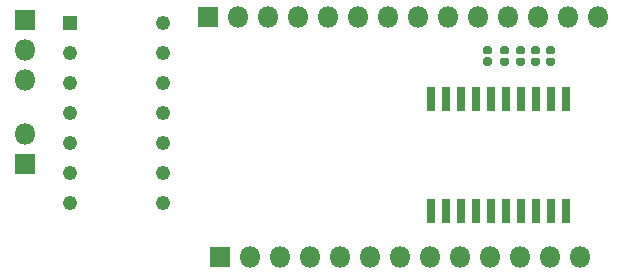
<source format=gbr>
%TF.GenerationSoftware,KiCad,Pcbnew,(5.1.6)-1*%
%TF.CreationDate,2020-09-22T22:22:24+03:00*%
%TF.ProjectId,ZX Keyboard logic,5a58204b-6579-4626-9f61-7264206c6f67,rev?*%
%TF.SameCoordinates,Original*%
%TF.FileFunction,Soldermask,Top*%
%TF.FilePolarity,Negative*%
%FSLAX46Y46*%
G04 Gerber Fmt 4.6, Leading zero omitted, Abs format (unit mm)*
G04 Created by KiCad (PCBNEW (5.1.6)-1) date 2020-09-22 22:22:24*
%MOMM*%
%LPD*%
G01*
G04 APERTURE LIST*
%ADD10O,1.800000X1.800000*%
%ADD11R,1.800000X1.800000*%
%ADD12R,0.750000X2.050000*%
%ADD13C,1.230000*%
%ADD14R,1.230000X1.230000*%
G04 APERTURE END LIST*
D10*
%TO.C,J4*%
X82296000Y-103124000D03*
X79756000Y-103124000D03*
X77216000Y-103124000D03*
X74676000Y-103124000D03*
X72136000Y-103124000D03*
X69596000Y-103124000D03*
X67056000Y-103124000D03*
X64516000Y-103124000D03*
X61976000Y-103124000D03*
X59436000Y-103124000D03*
X56896000Y-103124000D03*
X54356000Y-103124000D03*
D11*
X51816000Y-103124000D03*
%TD*%
D10*
%TO.C,J3*%
X35306000Y-92710000D03*
D11*
X35306000Y-95250000D03*
%TD*%
D10*
%TO.C,J2*%
X83820000Y-82804000D03*
X81280000Y-82804000D03*
X78740000Y-82804000D03*
X76200000Y-82804000D03*
X73660000Y-82804000D03*
X71120000Y-82804000D03*
X68580000Y-82804000D03*
X66040000Y-82804000D03*
X63500000Y-82804000D03*
X60960000Y-82804000D03*
X58420000Y-82804000D03*
X55880000Y-82804000D03*
X53340000Y-82804000D03*
D11*
X50800000Y-82804000D03*
%TD*%
D10*
%TO.C,J1*%
X35306000Y-88138000D03*
X35306000Y-85598000D03*
D11*
X35306000Y-83058000D03*
%TD*%
%TO.C,R?-R1*%
G36*
G01*
X79953500Y-85989000D02*
X79558500Y-85989000D01*
G75*
G02*
X79386000Y-85816500I0J172500D01*
G01*
X79386000Y-85471500D01*
G75*
G02*
X79558500Y-85299000I172500J0D01*
G01*
X79953500Y-85299000D01*
G75*
G02*
X80126000Y-85471500I0J-172500D01*
G01*
X80126000Y-85816500D01*
G75*
G02*
X79953500Y-85989000I-172500J0D01*
G01*
G37*
G36*
G01*
X79953500Y-86959000D02*
X79558500Y-86959000D01*
G75*
G02*
X79386000Y-86786500I0J172500D01*
G01*
X79386000Y-86441500D01*
G75*
G02*
X79558500Y-86269000I172500J0D01*
G01*
X79953500Y-86269000D01*
G75*
G02*
X80126000Y-86441500I0J-172500D01*
G01*
X80126000Y-86786500D01*
G75*
G02*
X79953500Y-86959000I-172500J0D01*
G01*
G37*
%TD*%
%TO.C,R4*%
G36*
G01*
X74619500Y-85966000D02*
X74224500Y-85966000D01*
G75*
G02*
X74052000Y-85793500I0J172500D01*
G01*
X74052000Y-85448500D01*
G75*
G02*
X74224500Y-85276000I172500J0D01*
G01*
X74619500Y-85276000D01*
G75*
G02*
X74792000Y-85448500I0J-172500D01*
G01*
X74792000Y-85793500D01*
G75*
G02*
X74619500Y-85966000I-172500J0D01*
G01*
G37*
G36*
G01*
X74619500Y-86936000D02*
X74224500Y-86936000D01*
G75*
G02*
X74052000Y-86763500I0J172500D01*
G01*
X74052000Y-86418500D01*
G75*
G02*
X74224500Y-86246000I172500J0D01*
G01*
X74619500Y-86246000D01*
G75*
G02*
X74792000Y-86418500I0J-172500D01*
G01*
X74792000Y-86763500D01*
G75*
G02*
X74619500Y-86936000I-172500J0D01*
G01*
G37*
%TD*%
%TO.C,R3*%
G36*
G01*
X76061100Y-85989000D02*
X75666100Y-85989000D01*
G75*
G02*
X75493600Y-85816500I0J172500D01*
G01*
X75493600Y-85471500D01*
G75*
G02*
X75666100Y-85299000I172500J0D01*
G01*
X76061100Y-85299000D01*
G75*
G02*
X76233600Y-85471500I0J-172500D01*
G01*
X76233600Y-85816500D01*
G75*
G02*
X76061100Y-85989000I-172500J0D01*
G01*
G37*
G36*
G01*
X76061100Y-86959000D02*
X75666100Y-86959000D01*
G75*
G02*
X75493600Y-86786500I0J172500D01*
G01*
X75493600Y-86441500D01*
G75*
G02*
X75666100Y-86269000I172500J0D01*
G01*
X76061100Y-86269000D01*
G75*
G02*
X76233600Y-86441500I0J-172500D01*
G01*
X76233600Y-86786500D01*
G75*
G02*
X76061100Y-86959000I-172500J0D01*
G01*
G37*
%TD*%
%TO.C,R2*%
G36*
G01*
X77413500Y-85989000D02*
X77018500Y-85989000D01*
G75*
G02*
X76846000Y-85816500I0J172500D01*
G01*
X76846000Y-85471500D01*
G75*
G02*
X77018500Y-85299000I172500J0D01*
G01*
X77413500Y-85299000D01*
G75*
G02*
X77586000Y-85471500I0J-172500D01*
G01*
X77586000Y-85816500D01*
G75*
G02*
X77413500Y-85989000I-172500J0D01*
G01*
G37*
G36*
G01*
X77413500Y-86959000D02*
X77018500Y-86959000D01*
G75*
G02*
X76846000Y-86786500I0J172500D01*
G01*
X76846000Y-86441500D01*
G75*
G02*
X77018500Y-86269000I172500J0D01*
G01*
X77413500Y-86269000D01*
G75*
G02*
X77586000Y-86441500I0J-172500D01*
G01*
X77586000Y-86786500D01*
G75*
G02*
X77413500Y-86959000I-172500J0D01*
G01*
G37*
%TD*%
%TO.C,R1*%
G36*
G01*
X78683500Y-85989000D02*
X78288500Y-85989000D01*
G75*
G02*
X78116000Y-85816500I0J172500D01*
G01*
X78116000Y-85471500D01*
G75*
G02*
X78288500Y-85299000I172500J0D01*
G01*
X78683500Y-85299000D01*
G75*
G02*
X78856000Y-85471500I0J-172500D01*
G01*
X78856000Y-85816500D01*
G75*
G02*
X78683500Y-85989000I-172500J0D01*
G01*
G37*
G36*
G01*
X78683500Y-86959000D02*
X78288500Y-86959000D01*
G75*
G02*
X78116000Y-86786500I0J172500D01*
G01*
X78116000Y-86441500D01*
G75*
G02*
X78288500Y-86269000I172500J0D01*
G01*
X78683500Y-86269000D01*
G75*
G02*
X78856000Y-86441500I0J-172500D01*
G01*
X78856000Y-86786500D01*
G75*
G02*
X78683500Y-86959000I-172500J0D01*
G01*
G37*
%TD*%
D12*
%TO.C,IC3*%
X81069000Y-99213000D03*
X79799000Y-99213000D03*
X78529000Y-99213000D03*
X77259000Y-99213000D03*
X75989000Y-99213000D03*
X74719000Y-99213000D03*
X73449000Y-99213000D03*
X72179000Y-99213000D03*
X70909000Y-99213000D03*
X69639000Y-99213000D03*
X69639000Y-89763000D03*
X70909000Y-89763000D03*
X72179000Y-89763000D03*
X73449000Y-89763000D03*
X74719000Y-89763000D03*
X75989000Y-89763000D03*
X77259000Y-89763000D03*
X78529000Y-89763000D03*
X79799000Y-89763000D03*
X81069000Y-89763000D03*
%TD*%
D13*
%TO.C,IC2*%
X46990000Y-83312000D03*
X46990000Y-85852000D03*
X46990000Y-88392000D03*
X46990000Y-90932000D03*
X46990000Y-93472000D03*
X46990000Y-96012000D03*
X46990000Y-98552000D03*
X39050000Y-98552000D03*
X39050000Y-96012000D03*
X39050000Y-93472000D03*
X39050000Y-90932000D03*
X39050000Y-88392000D03*
X39050000Y-85852000D03*
D14*
X39050000Y-83312000D03*
%TD*%
M02*

</source>
